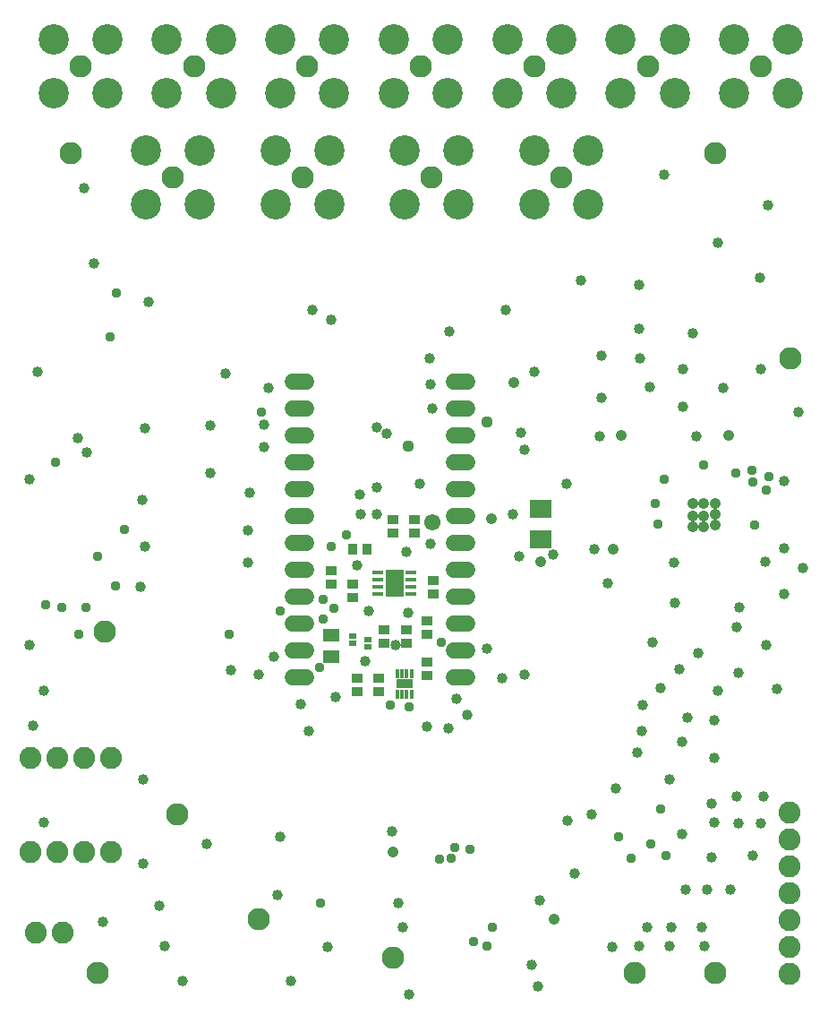
<source format=gbr>
G04 EAGLE Gerber RS-274X export*
G75*
%MOMM*%
%FSLAX34Y34*%
%LPD*%
%INSoldermask Bottom*%
%IPPOS*%
%AMOC8*
5,1,8,0,0,1.08239X$1,22.5*%
G01*
%ADD10C,2.108200*%
%ADD11C,2.082800*%
%ADD12R,1.103200X0.903200*%
%ADD13R,1.009600X0.457200*%
%ADD14R,1.803400X2.590800*%
%ADD15C,1.061200*%
%ADD16R,0.453200X0.903200*%
%ADD17R,1.573200X0.843200*%
%ADD18R,0.903200X1.103200*%
%ADD19R,1.603200X1.303200*%
%ADD20R,0.803200X0.553200*%
%ADD21R,2.006200X1.803200*%
%ADD22C,2.870200*%
%ADD23C,1.524000*%
%ADD24C,0.959600*%
%ADD25C,1.009600*%
%ADD26C,1.059600*%
%ADD27C,1.109600*%
%ADD28C,1.553200*%


D10*
X88900Y38100D03*
X673100Y38100D03*
X673100Y812800D03*
X63500Y812800D03*
D11*
X25400Y152400D03*
X50800Y152400D03*
X76200Y152400D03*
X101600Y152400D03*
X101600Y241300D03*
X76200Y241300D03*
X50800Y241300D03*
X25400Y241300D03*
D12*
X400050Y357990D03*
X400050Y370990D03*
X388620Y466240D03*
X388620Y453240D03*
X368300Y466240D03*
X368300Y453240D03*
D13*
X385096Y416306D03*
X385096Y409702D03*
X385096Y403098D03*
X385096Y396494D03*
X354044Y396494D03*
X354044Y403098D03*
X354044Y409702D03*
X354044Y416306D03*
D14*
X369570Y406400D03*
D11*
X30480Y76200D03*
X55880Y76200D03*
D15*
X673100Y481330D03*
X673100Y471170D03*
X673100Y461010D03*
X661670Y469900D03*
X661670Y459740D03*
X661670Y481330D03*
X651510Y481330D03*
X651510Y469900D03*
X651510Y459740D03*
D16*
X372110Y320540D03*
X376610Y320540D03*
X381110Y320540D03*
X385610Y320540D03*
X372110Y301040D03*
X376610Y301040D03*
X381110Y301040D03*
X385610Y301040D03*
D17*
X379110Y311040D03*
D12*
X381000Y362100D03*
X381000Y349100D03*
X359410Y362100D03*
X359410Y349100D03*
X354330Y316380D03*
X354330Y303380D03*
X400050Y331620D03*
X400050Y318620D03*
X309880Y417980D03*
X309880Y404980D03*
X330200Y405280D03*
X330200Y392280D03*
D18*
X343050Y438150D03*
X330050Y438150D03*
D19*
X309880Y356710D03*
X309880Y336710D03*
D12*
X334010Y303380D03*
X334010Y316380D03*
X406400Y409090D03*
X406400Y396090D03*
D20*
X330200Y356310D03*
X330200Y349810D03*
X344170Y346000D03*
X344170Y352500D03*
D21*
X508000Y448060D03*
X508000Y476500D03*
D10*
X501650Y894715D03*
D22*
X476151Y920214D03*
X527149Y920214D03*
X527149Y869216D03*
X476151Y869216D03*
D10*
X282363Y789940D03*
D22*
X256864Y815439D03*
X307862Y815439D03*
X307862Y764441D03*
X256864Y764441D03*
D10*
X394335Y894715D03*
D22*
X368836Y920214D03*
X419834Y920214D03*
X419834Y869216D03*
X368836Y869216D03*
D10*
X404707Y789940D03*
D22*
X379208Y815439D03*
X430206Y815439D03*
X430206Y764441D03*
X379208Y764441D03*
D11*
X742950Y36830D03*
X742950Y62230D03*
X742950Y87630D03*
X742950Y113030D03*
X742950Y138430D03*
X742950Y163830D03*
X742950Y189230D03*
D23*
X286004Y596900D02*
X272796Y596900D01*
X272796Y571500D02*
X286004Y571500D01*
X286004Y444500D02*
X272796Y444500D01*
X272796Y419100D02*
X286004Y419100D01*
X286004Y546100D02*
X272796Y546100D01*
X272796Y520700D02*
X286004Y520700D01*
X286004Y469900D02*
X272796Y469900D01*
X272796Y495300D02*
X286004Y495300D01*
X286004Y393700D02*
X272796Y393700D01*
X272796Y368300D02*
X286004Y368300D01*
X286004Y342900D02*
X272796Y342900D01*
X272796Y317500D02*
X286004Y317500D01*
X425196Y317500D02*
X438404Y317500D01*
X438404Y342900D02*
X425196Y342900D01*
X425196Y368300D02*
X438404Y368300D01*
X438404Y393700D02*
X425196Y393700D01*
X425196Y419100D02*
X438404Y419100D01*
X438404Y444500D02*
X425196Y444500D01*
X425196Y469900D02*
X438404Y469900D01*
X438404Y495300D02*
X425196Y495300D01*
X425196Y520700D02*
X438404Y520700D01*
X438404Y546100D02*
X425196Y546100D01*
X425196Y571500D02*
X438404Y571500D01*
X438404Y596900D02*
X425196Y596900D01*
D10*
X160020Y789940D03*
D22*
X134521Y815439D03*
X185519Y815439D03*
X185519Y764441D03*
X134521Y764441D03*
D10*
X72390Y894715D03*
D22*
X46891Y920214D03*
X97889Y920214D03*
X97889Y869216D03*
X46891Y869216D03*
D10*
X287020Y894715D03*
D22*
X261521Y920214D03*
X312519Y920214D03*
X312519Y869216D03*
X261521Y869216D03*
D10*
X608965Y894715D03*
D22*
X583466Y920214D03*
X634464Y920214D03*
X634464Y869216D03*
X583466Y869216D03*
D10*
X716280Y894715D03*
D22*
X690781Y920214D03*
X741779Y920214D03*
X741779Y869216D03*
X690781Y869216D03*
D10*
X527050Y789940D03*
D22*
X501551Y815439D03*
X552549Y815439D03*
X552549Y764441D03*
X501551Y764441D03*
D10*
X179705Y894715D03*
D22*
X154206Y920214D03*
X205204Y920214D03*
X205204Y869216D03*
X154206Y869216D03*
D24*
X661670Y518160D03*
X624840Y504190D03*
X615950Y481330D03*
X618490Y462280D03*
D25*
X488950Y548640D03*
X492760Y532130D03*
D24*
X213360Y358140D03*
X243840Y567690D03*
D25*
X133350Y440690D03*
X38100Y304800D03*
X132080Y220980D03*
X191770Y160020D03*
X38100Y180340D03*
X132080Y140970D03*
X147320Y101600D03*
X27940Y271780D03*
X168910Y30480D03*
X271780Y30480D03*
X306070Y62230D03*
X152400Y63500D03*
X93980Y86360D03*
X383540Y17780D03*
X505460Y25400D03*
X575310Y62230D03*
X600710Y63500D03*
X629920Y63500D03*
X608330Y81280D03*
X556260Y187960D03*
X261620Y166370D03*
X755650Y420370D03*
X539750Y132080D03*
X671830Y276860D03*
X641350Y256540D03*
X638810Y325120D03*
X633730Y425450D03*
X695960Y383540D03*
X720090Y426720D03*
X737870Y502920D03*
X751840Y567690D03*
X716280Y608330D03*
X651510Y642620D03*
X680720Y590550D03*
X600710Y646430D03*
X600710Y688340D03*
X546100Y692150D03*
X675640Y727710D03*
X715010Y694690D03*
X722630Y763270D03*
X624840Y792480D03*
X438150Y281940D03*
X280670Y292100D03*
X231140Y425450D03*
X420370Y269240D03*
X471170Y316230D03*
X241300Y320040D03*
X288290Y266700D03*
X214630Y323850D03*
X427990Y297180D03*
X400050Y270510D03*
X492760Y320040D03*
X76200Y779780D03*
X137160Y671830D03*
X133350Y552450D03*
X130810Y485140D03*
X31750Y605790D03*
X24130Y504190D03*
X24130Y347980D03*
X129540Y402590D03*
X655320Y544830D03*
X635000Y387350D03*
X69850Y543560D03*
X642620Y572770D03*
X642620Y608330D03*
X601980Y618490D03*
X610870Y591820D03*
X209550Y604520D03*
X292100Y664210D03*
X421640Y643890D03*
D26*
X461010Y467360D03*
D25*
X487680Y431800D03*
X532130Y500380D03*
X558800Y438150D03*
X565150Y621030D03*
X565150Y581660D03*
X563880Y544830D03*
X571500Y406400D03*
X501650Y605790D03*
X474980Y664210D03*
X662940Y63500D03*
X377190Y81280D03*
X195580Y554990D03*
X195580Y510540D03*
X231140Y455930D03*
X361950Y547370D03*
X337820Y471170D03*
X336550Y490220D03*
X393700Y500380D03*
X381000Y435610D03*
X403860Y443230D03*
X382270Y378460D03*
X345440Y379730D03*
X341630Y332740D03*
X370840Y347980D03*
X313690Y298450D03*
X255270Y336550D03*
X457200Y344170D03*
X402590Y618490D03*
X334010Y422910D03*
X353060Y553720D03*
X405130Y571500D03*
X403860Y594360D03*
X246380Y556260D03*
X250190Y590550D03*
X246380Y534670D03*
X232410Y491490D03*
X353060Y471170D03*
X353060Y496570D03*
X309880Y655320D03*
X533400Y181610D03*
X621030Y307340D03*
X656590Y340360D03*
X367030Y171450D03*
X519430Y433070D03*
X645160Y116840D03*
X665480Y116840D03*
X687070Y116840D03*
X631190Y81280D03*
X660400Y81280D03*
X669290Y147320D03*
X641350Y168910D03*
X708660Y148590D03*
X671830Y180340D03*
X694690Y179070D03*
X716280Y179070D03*
X669290Y198120D03*
X693420Y204470D03*
X718820Y204470D03*
X731520Y306070D03*
X693420Y364490D03*
X646430Y279400D03*
X694690Y321310D03*
X675640Y304800D03*
X604520Y290830D03*
X603250Y266700D03*
X599440Y246380D03*
X579120Y212090D03*
X629920Y220980D03*
X671830Y241300D03*
X721360Y347980D03*
X737870Y396240D03*
X737870Y439420D03*
X613410Y350520D03*
X481330Y471170D03*
X506730Y106680D03*
D26*
X520700Y88900D03*
X368300Y152400D03*
D10*
X596900Y38100D03*
D24*
X457200Y63500D03*
D25*
X259080Y111760D03*
D10*
X241300Y88900D03*
D24*
X444500Y67310D03*
X299720Y104140D03*
D26*
X508000Y426720D03*
D24*
X39370Y386080D03*
X411920Y145226D03*
D10*
X163830Y187960D03*
D24*
X71120Y358140D03*
X422910Y146050D03*
D10*
X95250Y360680D03*
D24*
X626110Y148590D03*
X721360Y494030D03*
X593090Y146050D03*
X708660Y501650D03*
X581660Y166370D03*
X692150Y510540D03*
X462280Y81280D03*
X612140Y160020D03*
X723900Y506730D03*
X440690Y154940D03*
X707390Y513080D03*
X426720Y156210D03*
X621030Y193040D03*
X709930Y461010D03*
D25*
X373380Y104140D03*
X499110Y45720D03*
X85090Y708660D03*
X78740Y529590D03*
D24*
X106680Y680720D03*
X114300Y457200D03*
X100330Y638810D03*
X105410Y403860D03*
X48678Y520700D03*
X88900Y431800D03*
D26*
X576580Y438150D03*
X584200Y546100D03*
X482600Y595630D03*
X685800Y546100D03*
D24*
X365760Y290830D03*
X298450Y326390D03*
D27*
X457200Y558800D03*
X382270Y535940D03*
D10*
X744220Y618490D03*
D28*
X405130Y463550D03*
D24*
X77470Y383540D03*
X54610Y383540D03*
D10*
X368300Y52070D03*
D24*
X261620Y379730D03*
X302260Y372110D03*
X302260Y391160D03*
X309880Y440690D03*
X312420Y382270D03*
X323850Y452120D03*
X383540Y289560D03*
X414047Y350040D03*
M02*

</source>
